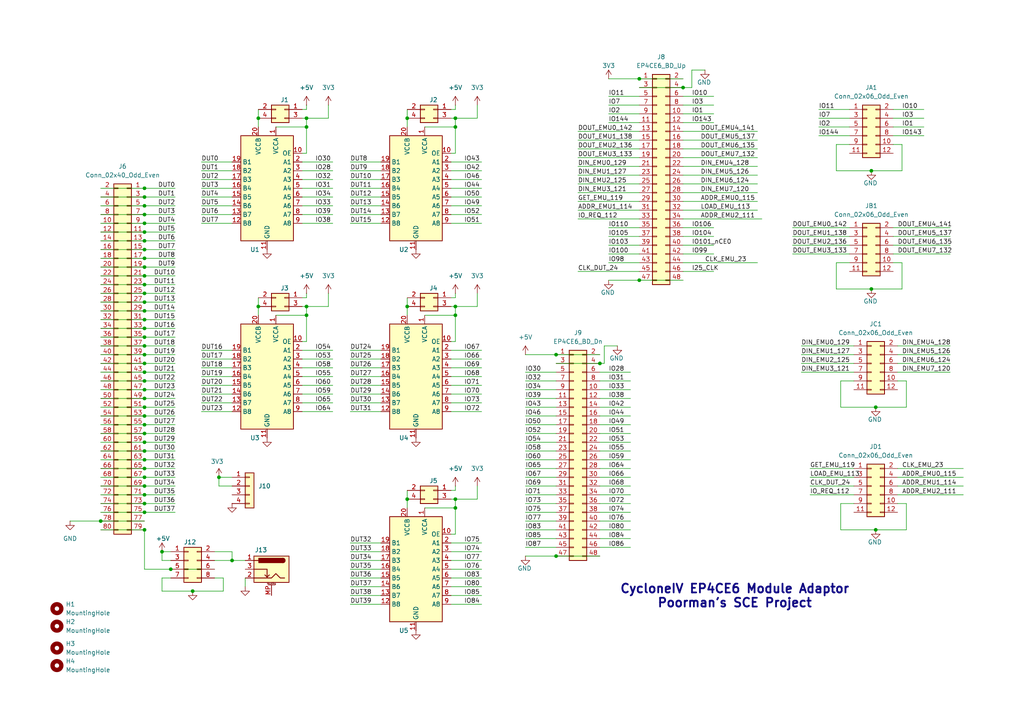
<source format=kicad_sch>
(kicad_sch (version 20250114) (generator "eeschema") (generator_version "9.0")
  (paper "A4")
  (text "CycloneIV EP4CE6 Module Adaptor\nPoorman's SCE Project" (at 213.106 172.974 0) (effects (font (size 2.54 2.54) (thickness 0.508) (bold yes))))
  (junction (at 41.91 82.55))
  (junction (at 41.91 90.17))
  (junction (at 41.91 67.31))
  (junction (at 41.91 110.49))
  (junction (at 41.91 72.39))
  (junction (at 132.08 88.9))
  (junction (at 41.91 130.81))
  (junction (at 41.91 80.01))
  (junction (at 41.91 97.79))
  (junction (at 41.91 85.09))
  (junction (at 118.11 88.9))
  (junction (at 41.91 113.03))
  (junction (at 132.08 34.29))
  (junction (at 252.73 83.82))
  (junction (at 41.91 54.61))
  (junction (at 118.11 34.29))
  (junction (at 41.91 92.71))
  (junction (at 41.91 64.77))
  (junction (at 185.42 81.28))
  (junction (at 41.91 95.25))
  (junction (at 132.08 91.44))
  (junction (at 41.91 143.51))
  (junction (at 88.9 36.83))
  (junction (at 132.08 144.78))
  (junction (at 41.91 148.59))
  (junction (at 41.91 100.33))
  (junction (at 41.91 138.43))
  (junction (at 41.91 123.19))
  (junction (at 41.91 128.27))
  (junction (at 29.21 151.13))
  (junction (at 41.91 133.35))
  (junction (at 41.91 118.11))
  (junction (at 88.9 88.9))
  (junction (at 41.91 120.65))
  (junction (at 49.53 165.1))
  (junction (at 41.91 115.57))
  (junction (at 161.29 161.29))
  (junction (at 41.91 105.41))
  (junction (at 41.91 153.67))
  (junction (at 41.91 57.15))
  (junction (at 198.12 25.4))
  (junction (at 46.99 160.02))
  (junction (at 41.91 125.73))
  (junction (at 41.91 107.95))
  (junction (at 67.31 162.56))
  (junction (at 254 153.67))
  (junction (at 161.29 102.87))
  (junction (at 41.91 77.47))
  (junction (at 41.91 87.63))
  (junction (at 41.91 135.89))
  (junction (at 118.11 144.78))
  (junction (at 55.88 171.45))
  (junction (at 74.93 88.9))
  (junction (at 41.91 102.87))
  (junction (at 41.91 74.93))
  (junction (at 173.99 105.41))
  (junction (at 132.08 147.32))
  (junction (at 252.73 49.53))
  (junction (at 41.91 59.69))
  (junction (at 41.91 62.23))
  (junction (at 88.9 91.44))
  (junction (at 132.08 36.83))
  (junction (at 41.91 69.85))
  (junction (at 41.91 140.97))
  (junction (at 63.5 138.43))
  (junction (at 254 118.11))
  (junction (at 74.93 34.29))
  (junction (at 88.9 34.29))
  (junction (at 185.42 22.86))
  (junction (at 41.91 146.05))
  (wire (pts (xy 63.5 138.43) (xy 63.5 140.97)))
  (wire (pts (xy 87.63 62.23) (xy 96.52 62.23)))
  (wire (pts (xy 152.4 148.59) (xy 161.29 148.59)))
  (wire (pts (xy 29.21 153.67) (xy 41.91 153.67)))
  (wire (pts (xy 41.91 165.1) (xy 41.91 153.67)))
  (wire (pts (xy 232.41 107.95) (xy 247.65 107.95)))
  (wire (pts (xy 58.42 101.6) (xy 67.31 101.6)))
  (wire (pts (xy 29.21 151.13) (xy 41.91 151.13)))
  (wire (pts (xy 130.81 57.15) (xy 139.7 57.15)))
  (wire (pts (xy 132.08 86.36) (xy 132.08 85.09)))
  (wire (pts (xy 167.64 78.74) (xy 185.42 78.74)))
  (wire (pts (xy 198.12 63.5) (xy 220.98 63.5)))
  (wire (pts (xy 130.81 99.06) (xy 132.08 99.06)))
  (wire (pts (xy 167.64 40.64) (xy 185.42 40.64)))
  (wire (pts (xy 130.81 64.77) (xy 139.7 64.77)))
  (wire (pts (xy 247.65 146.05) (xy 243.84 146.05)))
  (wire (pts (xy 49.53 165.1) (xy 62.23 165.1)))
  (wire (pts (xy 237.49 36.83) (xy 246.38 36.83)))
  (wire (pts (xy 130.81 162.56) (xy 139.7 162.56)))
  (wire (pts (xy 50.8 72.39) (xy 41.91 72.39)))
  (wire (pts (xy 198.12 27.94) (xy 207.01 27.94)))
  (wire (pts (xy 262.89 110.49) (xy 260.35 110.49)))
  (wire (pts (xy 63.5 138.43) (xy 67.31 138.43)))
  (wire (pts (xy 29.21 95.25) (xy 41.91 95.25)))
  (wire (pts (xy 130.81 104.14) (xy 139.7 104.14)))
  (wire (pts (xy 259.08 73.66) (xy 275.59 73.66)))
  (wire (pts (xy 87.63 114.3) (xy 96.52 114.3)))
  (wire (pts (xy 87.63 116.84) (xy 96.52 116.84)))
  (wire (pts (xy 161.29 161.29) (xy 173.99 161.29)))
  (wire (pts (xy 260.35 140.97) (xy 279.4 140.97)))
  (wire (pts (xy 167.64 55.88) (xy 185.42 55.88)))
  (wire (pts (xy 152.4 133.35) (xy 161.29 133.35)))
  (wire (pts (xy 198.12 71.12) (xy 207.01 71.12)))
  (wire (pts (xy 176.53 76.2) (xy 185.42 76.2)))
  (wire (pts (xy 173.99 148.59) (xy 182.88 148.59)))
  (wire (pts (xy 58.42 46.99) (xy 67.31 46.99)))
  (wire (pts (xy 50.8 143.51) (xy 41.91 143.51)))
  (wire (pts (xy 130.81 119.38) (xy 139.7 119.38)))
  (wire (pts (xy 29.21 57.15) (xy 41.91 57.15)))
  (wire (pts (xy 87.63 64.77) (xy 96.52 64.77)))
  (wire (pts (xy 152.4 143.51) (xy 161.29 143.51)))
  (wire (pts (xy 50.8 110.49) (xy 41.91 110.49)))
  (wire (pts (xy 50.8 125.73) (xy 41.91 125.73)))
  (wire (pts (xy 130.81 54.61) (xy 139.7 54.61)))
  (wire (pts (xy 87.63 101.6) (xy 96.52 101.6)))
  (wire (pts (xy 29.21 128.27) (xy 41.91 128.27)))
  (wire (pts (xy 50.8 59.69) (xy 41.91 59.69)))
  (wire (pts (xy 123.19 91.44) (xy 132.08 91.44)))
  (wire (pts (xy 262.89 153.67) (xy 262.89 146.05)))
  (wire (pts (xy 176.53 81.28) (xy 185.42 81.28)))
  (wire (pts (xy 87.63 86.36) (xy 88.9 86.36)))
  (wire (pts (xy 260.35 100.33) (xy 275.59 100.33)))
  (wire (pts (xy 152.4 120.65) (xy 161.29 120.65)))
  (wire (pts (xy 67.31 162.56) (xy 71.12 162.56)))
  (wire (pts (xy 118.11 86.36) (xy 118.11 88.9)))
  (wire (pts (xy 229.87 71.12) (xy 246.38 71.12)))
  (wire (pts (xy 229.87 68.58) (xy 246.38 68.58)))
  (wire (pts (xy 130.81 116.84) (xy 139.7 116.84)))
  (wire (pts (xy 29.21 143.51) (xy 41.91 143.51)))
  (wire (pts (xy 101.6 62.23) (xy 110.49 62.23)))
  (wire (pts (xy 198.12 45.72) (xy 219.71 45.72)))
  (wire (pts (xy 152.4 102.87) (xy 161.29 102.87)))
  (wire (pts (xy 123.19 147.32) (xy 132.08 147.32)))
  (wire (pts (xy 29.21 80.01) (xy 41.91 80.01)))
  (wire (pts (xy 260.35 107.95) (xy 275.59 107.95)))
  (wire (pts (xy 173.99 153.67) (xy 182.88 153.67)))
  (wire (pts (xy 101.6 101.6) (xy 110.49 101.6)))
  (wire (pts (xy 132.08 34.29) (xy 138.43 34.29)))
  (wire (pts (xy 58.42 114.3) (xy 67.31 114.3)))
  (wire (pts (xy 46.99 167.64) (xy 46.99 171.45)))
  (wire (pts (xy 80.01 36.83) (xy 88.9 36.83)))
  (wire (pts (xy 101.6 170.18) (xy 110.49 170.18)))
  (wire (pts (xy 262.89 146.05) (xy 260.35 146.05)))
  (wire (pts (xy 152.4 156.21) (xy 161.29 156.21)))
  (wire (pts (xy 247.65 110.49) (xy 243.84 110.49)))
  (wire (pts (xy 62.23 160.02) (xy 67.31 160.02)))
  (wire (pts (xy 87.63 46.99) (xy 96.52 46.99)))
  (wire (pts (xy 152.4 135.89) (xy 161.29 135.89)))
  (wire (pts (xy 29.21 62.23) (xy 41.91 62.23)))
  (wire (pts (xy 152.4 130.81) (xy 161.29 130.81)))
  (wire (pts (xy 259.08 66.04) (xy 275.59 66.04)))
  (wire (pts (xy 232.41 102.87) (xy 247.65 102.87)))
  (wire (pts (xy 200.66 20.32) (xy 200.66 25.4)))
  (wire (pts (xy 173.99 125.73) (xy 182.88 125.73)))
  (wire (pts (xy 58.42 104.14) (xy 67.31 104.14)))
  (wire (pts (xy 167.64 60.96) (xy 185.42 60.96)))
  (wire (pts (xy 118.11 91.44) (xy 118.11 88.9)))
  (wire (pts (xy 87.63 57.15) (xy 96.52 57.15)))
  (wire (pts (xy 50.8 140.97) (xy 41.91 140.97)))
  (wire (pts (xy 29.21 82.55) (xy 41.91 82.55)))
  (wire (pts (xy 132.08 36.83) (xy 132.08 34.29)))
  (wire (pts (xy 130.81 144.78) (xy 132.08 144.78)))
  (wire (pts (xy 29.21 107.95) (xy 41.91 107.95)))
  (wire (pts (xy 29.21 140.97) (xy 41.91 140.97)))
  (wire (pts (xy 29.21 59.69) (xy 41.91 59.69)))
  (wire (pts (xy 130.81 175.26) (xy 139.7 175.26)))
  (wire (pts (xy 198.12 58.42) (xy 219.71 58.42)))
  (wire (pts (xy 176.53 33.02) (xy 185.42 33.02)))
  (wire (pts (xy 29.21 110.49) (xy 41.91 110.49)))
  (wire (pts (xy 234.95 143.51) (xy 247.65 143.51)))
  (wire (pts (xy 29.21 74.93) (xy 41.91 74.93)))
  (wire (pts (xy 101.6 172.72) (xy 110.49 172.72)))
  (wire (pts (xy 167.64 58.42) (xy 185.42 58.42)))
  (wire (pts (xy 101.6 59.69) (xy 110.49 59.69)))
  (wire (pts (xy 152.4 161.29) (xy 161.29 161.29)))
  (wire (pts (xy 198.12 43.18) (xy 219.71 43.18)))
  (wire (pts (xy 130.81 59.69) (xy 139.7 59.69)))
  (wire (pts (xy 29.21 85.09) (xy 41.91 85.09)))
  (wire (pts (xy 50.8 130.81) (xy 41.91 130.81)))
  (wire (pts (xy 46.99 171.45) (xy 55.88 171.45)))
  (wire (pts (xy 29.21 77.47) (xy 41.91 77.47)))
  (wire (pts (xy 173.99 105.41) (xy 175.26 105.41)))
  (wire (pts (xy 118.11 31.75) (xy 118.11 34.29)))
  (wire (pts (xy 132.08 31.75) (xy 132.08 30.48)))
  (wire (pts (xy 260.35 138.43) (xy 279.4 138.43)))
  (wire (pts (xy 118.11 147.32) (xy 118.11 144.78)))
  (wire (pts (xy 95.25 30.48) (xy 95.25 34.29)))
  (wire (pts (xy 130.81 172.72) (xy 139.7 172.72)))
  (wire (pts (xy 185.42 22.86) (xy 198.12 22.86)))
  (wire (pts (xy 173.99 128.27) (xy 182.88 128.27)))
  (wire (pts (xy 130.81 46.99) (xy 139.7 46.99)))
  (wire (pts (xy 29.21 113.03) (xy 41.91 113.03)))
  (wire (pts (xy 130.81 160.02) (xy 139.7 160.02)))
  (wire (pts (xy 152.4 158.75) (xy 161.29 158.75)))
  (wire (pts (xy 259.08 39.37) (xy 267.97 39.37)))
  (wire (pts (xy 229.87 73.66) (xy 246.38 73.66)))
  (wire (pts (xy 130.81 101.6) (xy 139.7 101.6)))
  (wire (pts (xy 88.9 91.44) (xy 88.9 88.9)))
  (wire (pts (xy 130.81 34.29) (xy 132.08 34.29)))
  (wire (pts (xy 152.4 128.27) (xy 161.29 128.27)))
  (wire (pts (xy 152.4 146.05) (xy 161.29 146.05)))
  (wire (pts (xy 176.53 73.66) (xy 185.42 73.66)))
  (wire (pts (xy 87.63 111.76) (xy 96.52 111.76)))
  (wire (pts (xy 138.43 140.97) (xy 138.43 144.78)))
  (wire (pts (xy 29.21 87.63) (xy 41.91 87.63)))
  (wire (pts (xy 138.43 85.09) (xy 138.43 88.9)))
  (wire (pts (xy 204.47 20.32) (xy 200.66 20.32)))
  (wire (pts (xy 101.6 106.68) (xy 110.49 106.68)))
  (wire (pts (xy 50.8 80.01) (xy 41.91 80.01)))
  (wire (pts (xy 29.21 148.59) (xy 41.91 148.59)))
  (wire (pts (xy 167.64 48.26) (xy 185.42 48.26)))
  (wire (pts (xy 132.08 91.44) (xy 132.08 88.9)))
  (wire (pts (xy 260.35 135.89) (xy 279.4 135.89)))
  (wire (pts (xy 101.6 165.1) (xy 110.49 165.1)))
  (wire (pts (xy 29.21 102.87) (xy 41.91 102.87)))
  (wire (pts (xy 176.53 30.48) (xy 185.42 30.48)))
  (wire (pts (xy 173.99 138.43) (xy 182.88 138.43)))
  (wire (pts (xy 29.21 120.65) (xy 41.91 120.65)))
  (wire (pts (xy 261.62 83.82) (xy 261.62 76.2)))
  (wire (pts (xy 50.8 77.47) (xy 41.91 77.47)))
  (wire (pts (xy 88.9 31.75) (xy 88.9 30.48)))
  (wire (pts (xy 50.8 97.79) (xy 41.91 97.79)))
  (wire (pts (xy 167.64 53.34) (xy 185.42 53.34)))
  (wire (pts (xy 29.21 100.33) (xy 41.91 100.33)))
  (wire (pts (xy 50.8 62.23) (xy 41.91 62.23)))
  (wire (pts (xy 88.9 34.29) (xy 95.25 34.29)))
  (wire (pts (xy 152.4 113.03) (xy 161.29 113.03)))
  (wire (pts (xy 50.8 118.11) (xy 41.91 118.11)))
  (wire (pts (xy 41.91 85.09) (xy 50.8 85.09)))
  (wire (pts (xy 50.8 115.57) (xy 41.91 115.57)))
  (wire (pts (xy 58.42 57.15) (xy 67.31 57.15)))
  (wire (pts (xy 74.93 36.83) (xy 74.93 34.29)))
  (wire (pts (xy 29.21 105.41) (xy 41.91 105.41)))
  (wire (pts (xy 101.6 119.38) (xy 110.49 119.38)))
  (wire (pts (xy 29.21 54.61) (xy 41.91 54.61)))
  (wire (pts (xy 118.11 36.83) (xy 118.11 34.29)))
  (wire (pts (xy 50.8 54.61) (xy 41.91 54.61)))
  (wire (pts (xy 130.81 49.53) (xy 139.7 49.53)))
  (wire (pts (xy 152.4 123.19) (xy 161.29 123.19)))
  (wire (pts (xy 152.4 153.67) (xy 161.29 153.67)))
  (wire (pts (xy 132.08 142.24) (xy 132.08 140.97)))
  (wire (pts (xy 130.81 88.9) (xy 132.08 88.9)))
  (wire (pts (xy 260.35 143.51) (xy 279.4 143.51)))
  (wire (pts (xy 232.41 105.41) (xy 247.65 105.41)))
  (wire (pts (xy 50.8 67.31) (xy 41.91 67.31)))
  (wire (pts (xy 29.21 130.81) (xy 41.91 130.81)))
  (wire (pts (xy 95.25 85.09) (xy 95.25 88.9)))
  (wire (pts (xy 58.42 62.23) (xy 67.31 62.23)))
  (wire (pts (xy 87.63 54.61) (xy 96.52 54.61)))
  (wire (pts (xy 173.99 158.75) (xy 182.88 158.75)))
  (wire (pts (xy 88.9 91.44) (xy 88.9 99.06)))
  (wire (pts (xy 101.6 175.26) (xy 110.49 175.26)))
  (wire (pts (xy 87.63 52.07) (xy 96.52 52.07)))
  (wire (pts (xy 74.93 86.36) (xy 74.93 88.9)))
  (wire (pts (xy 161.29 105.41) (xy 173.99 105.41)))
  (wire (pts (xy 243.84 118.11) (xy 254 118.11)))
  (wire (pts (xy 50.8 148.59) (xy 41.91 148.59)))
  (wire (pts (xy 50.8 64.77) (xy 41.91 64.77)))
  (wire (pts (xy 87.63 31.75) (xy 88.9 31.75)))
  (wire (pts (xy 49.53 165.1) (xy 41.91 165.1)))
  (wire (pts (xy 152.4 125.73) (xy 161.29 125.73)))
  (wire (pts (xy 259.08 31.75) (xy 267.97 31.75)))
  (wire (pts (xy 101.6 109.22) (xy 110.49 109.22)))
  (wire (pts (xy 55.88 171.45) (xy 64.77 171.45)))
  (wire (pts (xy 132.08 144.78) (xy 138.43 144.78)))
  (wire (pts (xy 175.26 100.33) (xy 175.26 105.41)))
  (wire (pts (xy 173.99 123.19) (xy 182.88 123.19)))
  (wire (pts (xy 229.87 66.04) (xy 246.38 66.04)))
  (wire (pts (xy 130.81 52.07) (xy 139.7 52.07)))
  (wire (pts (xy 50.8 95.25) (xy 41.91 95.25)))
  (wire (pts (xy 173.99 151.13) (xy 182.88 151.13)))
  (wire (pts (xy 58.42 116.84) (xy 67.31 116.84)))
  (wire (pts (xy 259.08 71.12) (xy 275.59 71.12)))
  (wire (pts (xy 101.6 111.76) (xy 110.49 111.76)))
  (wire (pts (xy 198.12 78.74) (xy 207.01 78.74)))
  (wire (pts (xy 234.95 140.97) (xy 247.65 140.97)))
  (wire (pts (xy 167.64 38.1) (xy 185.42 38.1)))
  (wire (pts (xy 237.49 39.37) (xy 246.38 39.37)))
  (wire (pts (xy 179.07 100.33) (xy 175.26 100.33)))
  (wire (pts (xy 132.08 36.83) (xy 132.08 44.45)))
  (wire (pts (xy 234.95 138.43) (xy 247.65 138.43)))
  (wire (pts (xy 130.81 111.76) (xy 139.7 111.76)))
  (wire (pts (xy 173.99 115.57) (xy 182.88 115.57)))
  (wire (pts (xy 29.21 146.05) (xy 41.91 146.05)))
  (wire (pts (xy 132.08 147.32) (xy 132.08 154.94)))
  (wire (pts (xy 152.4 115.57) (xy 161.29 115.57)))
  (wire (pts (xy 20.32 151.13) (xy 29.21 151.13)))
  (wire (pts (xy 198.12 50.8) (xy 219.71 50.8)))
  (wire (pts (xy 232.41 100.33) (xy 247.65 100.33)))
  (wire (pts (xy 46.99 162.56) (xy 46.99 160.02)))
  (wire (pts (xy 50.8 120.65) (xy 41.91 120.65)))
  (wire (pts (xy 29.21 133.35) (xy 41.91 133.35)))
  (wire (pts (xy 87.63 44.45) (xy 88.9 44.45)))
  (wire (pts (xy 88.9 36.83) (xy 88.9 44.45)))
  (wire (pts (xy 50.8 74.93) (xy 41.91 74.93)))
  (wire (pts (xy 198.12 73.66) (xy 207.01 73.66)))
  (wire (pts (xy 242.57 41.91) (xy 242.57 49.53)))
  (wire (pts (xy 130.81 62.23) (xy 139.7 62.23)))
  (wire (pts (xy 58.42 111.76) (xy 67.31 111.76)))
  (wire (pts (xy 87.63 109.22) (xy 96.52 109.22)))
  (wire (pts (xy 101.6 54.61) (xy 110.49 54.61)))
  (wire (pts (xy 58.42 54.61) (xy 67.31 54.61)))
  (wire (pts (xy 130.81 109.22) (xy 139.7 109.22)))
  (wire (pts (xy 167.64 45.72) (xy 185.42 45.72)))
  (wire (pts (xy 29.21 67.31) (xy 41.91 67.31)))
  (wire (pts (xy 87.63 59.69) (xy 96.52 59.69)))
  (wire (pts (xy 58.42 109.22) (xy 67.31 109.22)))
  (wire (pts (xy 198.12 53.34) (xy 219.71 53.34)))
  (wire (pts (xy 88.9 86.36) (xy 88.9 85.09)))
  (wire (pts (xy 176.53 35.56) (xy 185.42 35.56)))
  (wire (pts (xy 80.01 91.44) (xy 88.9 91.44)))
  (wire (pts (xy 50.8 107.95) (xy 41.91 107.95)))
  (wire (pts (xy 50.8 102.87) (xy 41.91 102.87)))
  (wire (pts (xy 87.63 34.29) (xy 88.9 34.29)))
  (wire (pts (xy 176.53 66.04) (xy 185.42 66.04)))
  (wire (pts (xy 152.4 140.97) (xy 161.29 140.97)))
  (wire (pts (xy 198.12 66.04) (xy 207.01 66.04)))
  (wire (pts (xy 130.81 167.64) (xy 139.7 167.64)))
  (wire (pts (xy 261.62 76.2) (xy 259.08 76.2)))
  (wire (pts (xy 176.53 27.94) (xy 185.42 27.94)))
  (wire (pts (xy 87.63 104.14) (xy 96.52 104.14)))
  (wire (pts (xy 246.38 41.91) (xy 242.57 41.91)))
  (wire (pts (xy 87.63 106.68) (xy 96.52 106.68)))
  (wire (pts (xy 29.21 118.11) (xy 41.91 118.11)))
  (wire (pts (xy 261.62 41.91) (xy 259.08 41.91)))
  (wire (pts (xy 101.6 104.14) (xy 110.49 104.14)))
  (wire (pts (xy 101.6 57.15) (xy 110.49 57.15)))
  (wire (pts (xy 198.12 60.96) (xy 219.71 60.96)))
  (wire (pts (xy 198.12 40.64) (xy 219.71 40.64)))
  (wire (pts (xy 29.21 123.19) (xy 41.91 123.19)))
  (wire (pts (xy 50.8 146.05) (xy 41.91 146.05)))
  (wire (pts (xy 167.64 63.5) (xy 185.42 63.5)))
  (wire (pts (xy 173.99 130.81) (xy 182.88 130.81)))
  (wire (pts (xy 58.42 59.69) (xy 67.31 59.69)))
  (wire (pts (xy 242.57 76.2) (xy 242.57 83.82)))
  (wire (pts (xy 87.63 99.06) (xy 88.9 99.06)))
  (wire (pts (xy 130.81 114.3) (xy 139.7 114.3)))
  (wire (pts (xy 50.8 113.03) (xy 41.91 113.03)))
  (wire (pts (xy 243.84 153.67) (xy 254 153.67)))
  (wire (pts (xy 58.42 119.38) (xy 67.31 119.38)))
  (wire (pts (xy 198.12 68.58) (xy 207.01 68.58)))
  (wire (pts (xy 132.08 147.32) (xy 132.08 144.78)))
  (wire (pts (xy 88.9 88.9) (xy 95.25 88.9)))
  (wire (pts (xy 242.57 83.82) (xy 252.73 83.82)))
  (wire (pts (xy 101.6 49.53) (xy 110.49 49.53)))
  (wire (pts (xy 198.12 48.26) (xy 219.71 48.26)))
  (wire (pts (xy 101.6 64.77) (xy 110.49 64.77)))
  (wire (pts (xy 173.99 110.49) (xy 182.88 110.49)))
  (wire (pts (xy 123.19 36.83) (xy 132.08 36.83)))
  (wire (pts (xy 101.6 167.64) (xy 110.49 167.64)))
  (wire (pts (xy 152.4 107.95) (xy 161.29 107.95)))
  (wire (pts (xy 246.38 76.2) (xy 242.57 76.2)))
  (wire (pts (xy 254 153.67) (xy 262.89 153.67)))
  (wire (pts (xy 29.21 125.73) (xy 41.91 125.73)))
  (wire (pts (xy 167.64 50.8) (xy 185.42 50.8)))
  (wire (pts (xy 50.8 69.85) (xy 41.91 69.85)))
  (wire (pts (xy 88.9 36.83) (xy 88.9 34.29)))
  (wire (pts (xy 101.6 160.02) (xy 110.49 160.02)))
  (wire (pts (xy 130.81 142.24) (xy 132.08 142.24)))
  (wire (pts (xy 29.21 138.43) (xy 41.91 138.43)))
  (wire (pts (xy 50.8 128.27) (xy 41.91 128.27)))
  (wire (pts (xy 259.08 34.29) (xy 267.97 34.29)))
  (wire (pts (xy 132.08 88.9) (xy 138.43 88.9)))
  (wire (pts (xy 29.21 69.85) (xy 41.91 69.85)))
  (wire (pts (xy 262.89 118.11) (xy 262.89 110.49)))
  (wire (pts (xy 64.77 171.45) (xy 64.77 167.64)))
  (wire (pts (xy 185.42 81.28) (xy 198.12 81.28)))
  (wire (pts (xy 260.35 105.41) (xy 275.59 105.41)))
  (wire (pts (xy 152.4 110.49) (xy 161.29 110.49)))
  (wire (pts (xy 50.8 82.55) (xy 41.91 82.55)))
  (wire (pts (xy 50.8 90.17) (xy 41.91 90.17)))
  (wire (pts (xy 62.23 162.56) (xy 67.31 162.56)))
  (wire (pts (xy 50.8 87.63) (xy 41.91 87.63)))
  (wire (pts (xy 198.12 76.2) (xy 219.71 76.2)))
  (wire (pts (xy 50.8 105.41) (xy 41.91 105.41)))
  (wire (pts (xy 118.11 142.24) (xy 118.11 144.78)))
  (wire (pts (xy 259.08 68.58) (xy 275.59 68.58)))
  (wire (pts (xy 152.4 118.11) (xy 161.29 118.11)))
  (wire (pts (xy 58.42 49.53) (xy 67.31 49.53)))
  (wire (pts (xy 198.12 38.1) (xy 219.71 38.1)))
  (wire (pts (xy 243.84 110.49) (xy 243.84 118.11)))
  (wire (pts (xy 173.99 135.89) (xy 182.88 135.89)))
  (wire (pts (xy 130.81 157.48) (xy 139.7 157.48)))
  (wire (pts (xy 152.4 138.43) (xy 161.29 138.43)))
  (wire (pts (xy 185.42 25.4) (xy 198.12 25.4)))
  (wire (pts (xy 74.93 31.75) (xy 74.93 34.29)))
  (wire (pts (xy 101.6 114.3) (xy 110.49 114.3)))
  (wire (pts (xy 254 118.11) (xy 262.89 118.11)))
  (wire (pts (xy 58.42 64.77) (xy 67.31 64.77)))
  (wire (pts (xy 198.12 35.56) (xy 207.01 35.56)))
  (wire (pts (xy 130.81 154.94) (xy 132.08 154.94)))
  (wire (pts (xy 237.49 34.29) (xy 246.38 34.29)))
  (wire (pts (xy 29.21 135.89) (xy 41.91 135.89)))
  (wire (pts (xy 63.5 140.97) (xy 67.31 140.97)))
  (wire (pts (xy 58.42 52.07) (xy 67.31 52.07)))
  (wire (pts (xy 259.08 36.83) (xy 267.97 36.83)))
  (wire (pts (xy 138.43 30.48) (xy 138.43 34.29)))
  (wire (pts (xy 74.93 91.44) (xy 74.93 88.9)))
  (wire (pts (xy 173.99 120.65) (xy 182.88 120.65)))
  (wire (pts (xy 234.95 135.89) (xy 247.65 135.89)))
  (wire (pts (xy 130.81 106.68) (xy 139.7 106.68)))
  (wire (pts (xy 87.63 49.53) (xy 96.52 49.53)))
  (wire (pts (xy 243.84 146.05) (xy 243.84 153.67)))
  (wire (pts (xy 50.8 135.89) (xy 41.91 135.89)))
  (wire (pts (xy 252.73 83.82) (xy 261.62 83.82)))
  (wire (pts (xy 50.8 57.15) (xy 41.91 57.15)))
  (wire (pts (xy 62.23 167.64) (xy 64.77 167.64)))
  (wire (pts (xy 87.63 119.38) (xy 96.52 119.38)))
  (wire (pts (xy 50.8 123.19) (xy 41.91 123.19)))
  (wire (pts (xy 198.12 25.4) (xy 200.66 25.4)))
  (wire (pts (xy 46.99 160.02) (xy 49.53 160.02)))
  (wire (pts (xy 101.6 162.56) (xy 110.49 162.56)))
  (wire (pts (xy 101.6 157.48) (xy 110.49 157.48)))
  (wire (pts (xy 67.31 160.02) (xy 67.31 162.56)))
  (wire (pts (xy 87.63 88.9) (xy 88.9 88.9)))
  (wire (pts (xy 173.99 118.11) (xy 182.88 118.11)))
  (wire (pts (xy 29.21 115.57) (xy 41.91 115.57)))
  (wire (pts (xy 173.99 133.35) (xy 182.88 133.35)))
  (wire (pts (xy 101.6 52.07) (xy 110.49 52.07)))
  (wire (pts (xy 49.53 167.64) (xy 46.99 167.64)))
  (wire (pts (xy 173.99 113.03) (xy 182.88 113.03)))
  (wire (pts (xy 173.99 156.21) (xy 182.88 156.21)))
  (wire (pts (xy 50.8 133.35) (xy 41.91 133.35)))
  (wire (pts (xy 173.99 143.51) (xy 182.88 143.51)))
  (wire (pts (xy 130.81 44.45) (xy 132.08 44.45)))
  (wire (pts (xy 29.21 72.39) (xy 41.91 72.39)))
  (wire (pts (xy 252.73 49.53) (xy 261.62 49.53)))
  (wire (pts (xy 261.62 49.53) (xy 261.62 41.91)))
  (wire (pts (xy 29.21 64.77) (xy 41.91 64.77)))
  (wire (pts (xy 198.12 55.88) (xy 219.71 55.88)))
  (wire (pts (xy 198.12 33.02) (xy 207.01 33.02)))
  (wire (pts (xy 58.42 106.68) (xy 67.31 106.68)))
  (wire (pts (xy 176.53 71.12) (xy 185.42 71.12)))
  (wire (pts (xy 71.12 167.64) (xy 71.12 170.18)))
  (wire (pts (xy 173.99 146.05) (xy 182.88 146.05)))
  (wire (pts (xy 260.35 102.87) (xy 275.59 102.87)))
  (wire (pts (xy 50.8 100.33) (xy 41.91 100.33)))
  (wire (pts (xy 152.4 151.13) (xy 161.29 151.13)))
  (wire (pts (xy 130.81 31.75) (xy 132.08 31.75)))
  (wire (pts (xy 50.8 92.71) (xy 41.91 92.71)))
  (wire (pts (xy 237.49 31.75) (xy 246.38 31.75)))
  (wire (pts (xy 242.57 49.53) (xy 252.73 49.53)))
  (wire (pts (xy 161.29 102.87) (xy 173.99 102.87)))
  (wire (pts (xy 50.8 138.43) (xy 41.91 138.43)))
  (wire (pts (xy 176.53 22.86) (xy 185.42 22.86)))
  (wire (pts (xy 198.12 30.48) (xy 207.01 30.48)))
  (wire (pts (xy 29.21 92.71) (xy 41.91 92.71)))
  (wire (pts (xy 173.99 107.95) (xy 182.88 107.95)))
  (wire (pts (xy 132.08 91.44) (xy 132.08 99.06)))
  (wire (pts (xy 101.6 46.99) (xy 110.49 46.99)))
  (wire (pts (xy 29.21 97.79) (xy 41.91 97.79)))
  (wire (pts (xy 130.81 165.1) (xy 139.7 165.1)))
  (wire (pts (xy 176.53 68.58) (xy 185.42 68.58)))
  (wire (pts (xy 167.64 43.18) (xy 185.42 43.18)))
  (wire (pts (xy 29.21 90.17) (xy 41.91 90.17)))
  (wire (pts (xy 130.81 170.18) (xy 139.7 170.18)))
  (wire (pts (xy 101.6 116.84) (xy 110.49 116.84)))
  (wire (pts (xy 173.99 140.97) (xy 182.88 140.97)))
  (wire (pts (xy 49.53 162.56) (xy 46.99 162.56)))
  (wire (pts (xy 130.81 86.36) (xy 132.08 86.36)))
  (label "DUT36" (at 50.8 146.05 180))
  (label "DUT17" (at 58.42 104.14 0))
  (label "IO73" (at 152.4 146.05 0))
  (label "DOUT_EMU4_141" (at 203.2 38.1 0))
  (label "DUT20" (at 50.8 105.41 180))
  (label "DUT39" (at 101.6 175.26 0))
  (label "IO84" (at 134.62 175.26 0))
  (label "DUT6" (at 58.42 62.23 0))
  (label "DIN_EMU0_129" (at 167.64 48.26 0))
  (label "IO86" (at 176.53 158.75 0))
  (label "DUT22" (at 50.8 110.49 180))
  (label "IO33" (at 176.53 113.03 0))
  (label "IO11" (at 176.53 27.94 0))
  (label "DOUT_EMU7_132" (at 260.35 73.66 0))
  (label "DUT30" (at 50.8 130.81 180))
  (label "IO3" (at 261.62 34.29 0))
  (label "DUT17" (at 50.8 97.79 180))
  (label "DUT19" (at 58.42 109.22 0))
  (label "IO1" (at 261.62 36.83 0))
  (label "DIN_EMU4_128" (at 203.2 48.26 0))
  (label "ADDR_EMU1_114" (at 261.62 140.97 0))
  (label "DIN_EMU1_127" (at 232.41 102.87 0))
  (label "IO87" (at 152.4 158.75 0))
  (label "IO71" (at 152.4 143.51 0))
  (label "IO51" (at 176.53 125.73 0))
  (label "IO31" (at 91.44 54.61 0))
  (label "IO7" (at 176.53 30.48 0))
  (label "IO34" (at 91.44 57.15 0))
  (label "DUT30" (at 101.6 116.84 0))
  (label "DUT25" (at 50.8 118.11 180))
  (label "DUT28" (at 101.6 111.76 0))
  (label "IO101_nCE0" (at 200.66 71.12 0))
  (label "DUT24" (at 50.8 115.57 180))
  (label "CLK_DUT_24" (at 234.95 140.97 0))
  (label "DUT21" (at 58.42 114.3 0))
  (label "IO53" (at 91.44 104.14 0))
  (label "IO67" (at 134.62 101.6 0))
  (label "DUT23" (at 58.42 119.38 0))
  (label "DIN_EMU5_126" (at 261.62 102.87 0))
  (label "IO64" (at 91.44 119.38 0))
  (label "DOUT_EMU3_133" (at 167.64 45.72 0))
  (label "IO100" (at 176.53 73.66 0))
  (label "IO42" (at 134.62 49.53 0))
  (label "DUT5" (at 50.8 67.31 180))
  (label "IO38" (at 176.53 115.57 0))
  (label "IO67" (at 152.4 138.43 0))
  (label "IO1" (at 200.66 33.02 0))
  (label "DUT27" (at 101.6 109.22 0))
  (label "DUT35" (at 50.8 143.51 180))
  (label "IO104" (at 200.66 68.58 0))
  (label "IO42" (at 176.53 118.11 0))
  (label "IO74" (at 176.53 148.59 0))
  (label "DUT32" (at 50.8 135.89 180))
  (label "IO11" (at 237.49 31.75 0))
  (label "IO28" (at 176.53 107.95 0))
  (label "DIN_EMU6_124" (at 261.62 105.41 0))
  (label "DIN_EMU6_124" (at 203.2 53.34 0))
  (label "DOUT_EMU2_136" (at 229.87 71.12 0))
  (label "DUT25" (at 101.6 104.14 0))
  (label "IO66" (at 134.62 104.14 0))
  (label "DUT33" (at 101.6 160.02 0))
  (label "IO60" (at 91.44 111.76 0))
  (label "DUT28" (at 50.8 125.73 180))
  (label "IO44" (at 176.53 120.65 0))
  (label "IO50" (at 152.4 123.19 0))
  (label "IO55" (at 176.53 130.81 0))
  (label "DIN_EMU1_127" (at 167.64 50.8 0))
  (label "DUT29" (at 101.6 114.3 0))
  (label "IO38" (at 91.44 64.77 0))
  (label "DUT38" (at 101.6 172.72 0))
  (label "DUT24" (at 101.6 101.6 0))
  (label "DOUT_EMU4_141" (at 260.35 66.04 0))
  (label "IO103" (at 176.53 71.12 0))
  (label "DUT10" (at 101.6 52.07 0))
  (label "DUT21" (at 50.8 107.95 180))
  (label "DOUT_EMU2_136" (at 167.64 43.18 0))
  (label "DUT12" (at 50.8 85.09 180))
  (label "IO_REQ_112" (at 167.64 63.5 0))
  (label "DUT32" (at 101.6 157.48 0))
  (label "IO49" (at 134.62 59.69 0))
  (label "IO143" (at 261.62 39.37 0))
  (label "IO32" (at 91.44 52.07 0))
  (label "IO30" (at 91.44 46.99 0))
  (label "ADDR_EMU0_115" (at 203.2 58.42 0))
  (label "DUT34" (at 101.6 162.56 0))
  (label "DOUT_EMU1_138" (at 229.87 68.58 0))
  (label "DUT8" (at 101.6 46.99 0))
  (label "DUT29" (at 50.8 128.27 180))
  (label "DOUT_EMU0_142" (at 167.64 38.1 0))
  (label "DUT19" (at 50.8 102.87 180))
  (label "IO98" (at 176.53 76.2 0))
  (label "IO75" (at 152.4 148.59 0))
  (label "IO76" (at 134.62 165.1 0))
  (label "DUT0" (at 50.8 54.61 180))
  (label "IO84" (at 176.53 156.21 0))
  (label "DIN_EMU5_126" (at 203.2 50.8 0))
  (label "DUT11" (at 101.6 54.61 0))
  (label "DUT3" (at 50.8 62.23 180))
  (label "IO85" (at 134.62 172.72 0))
  (label "DUT13" (at 101.6 59.69 0))
  (label "IO66" (at 176.53 138.43 0))
  (label "LOAD_EMU_113" (at 203.2 60.96 0))
  (label "IO31" (at 176.53 110.49 0))
  (label "DUT2" (at 50.8 59.69 180))
  (label "IO80" (at 176.53 153.67 0))
  (label "IO30" (at 152.4 107.95 0))
  (label "IO10" (at 200.66 27.94 0))
  (label "DIN_EMU0_129" (at 232.41 100.33 0))
  (label "IO55" (at 91.44 109.22 0))
  (label "DOUT_EMU5_137" (at 260.35 68.58 0))
  (label "DUT31" (at 50.8 133.35 180))
  (label "IO64" (at 176.53 135.89 0))
  (label "IO46" (at 152.4 120.65 0))
  (label "IO144" (at 176.53 35.56 0))
  (label "DUT18" (at 58.42 106.68 0))
  (label "DUT12" (at 101.6 57.15 0))
  (label "IO59" (at 176.53 133.35 0))
  (label "DIN_EMU2_125" (at 232.41 105.41 0))
  (label "ADDR_EMU0_115" (at 261.62 138.43 0))
  (label "IO70" (at 176.53 143.51 0))
  (label "DUT8" (at 50.8 74.93 180))
  (label "DIN_EMU2_125" (at 167.64 53.34 0))
  (label "IO99" (at 200.66 73.66 0))
  (label "DUT1" (at 50.8 57.15 180))
  (label "IO58" (at 152.4 130.81 0))
  (label "IO44" (at 134.62 54.61 0))
  (label "DUT16" (at 50.8 95.25 180))
  (label "DUT1" (at 58.42 49.53 0))
  (label "IO3" (at 200.66 30.48 0))
  (label "DOUT_EMU5_137" (at 203.2 40.64 0))
  (label "CLK_EMU_23" (at 261.62 135.89 0))
  (label "DIN_EMU3_121" (at 167.64 55.88 0))
  (label "DUT14" (at 50.8 90.17 180))
  (label "IO77" (at 134.62 162.56 0))
  (label "DUT14" (at 101.6 62.23 0))
  (label "IO74" (at 134.62 160.02 0))
  (label "DUT35" (at 101.6 165.1 0))
  (label "IO7" (at 237.49 34.29 0))
  (label "IO43" (at 134.62 46.99 0))
  (label "ADDR_EMU1_114" (at 167.64 60.96 0))
  (label "IO73" (at 134.62 116.84 0))
  (label "IO28" (at 91.44 49.53 0))
  (label "DUT13" (at 50.8 87.63 180))
  (label "DUT33" (at 50.8 138.43 180))
  (label "IO54" (at 152.4 128.27 0))
  (label "DOUT_EMU3_133" (at 229.87 73.66 0))
  (label "DUT4" (at 50.8 64.77 180))
  (label "IO106" (at 200.66 66.04 0))
  (label "DUT15" (at 101.6 64.77 0))
  (label "DUT7" (at 50.8 72.39 180))
  (label "IO83" (at 134.62 167.64 0))
  (label "ADDR_EMU2_111" (at 261.62 143.51 0))
  (label "DIN_EMU4_128" (at 261.62 100.33 0))
  (label "IO65" (at 152.4 135.89 0))
  (label "IO69" (at 152.4 140.97 0))
  (label "IO80" (at 134.62 170.18 0))
  (label "DUT23" (at 50.8 113.03 180))
  (label "IO53" (at 176.53 128.27 0))
  (label "IO49" (at 176.53 123.19 0))
  (label "DIN_EMU7_120" (at 203.2 55.88 0))
  (label "DUT4" (at 58.42 57.15 0))
  (label "DUT31" (at 101.6 119.38 0))
  (label "DOUT_EMU6_135" (at 203.2 43.18 0))
  (label "CLK_DUT_24" (at 167.64 78.74 0))
  (label "IO58" (at 91.44 106.68 0))
  (label "IO143" (at 200.66 35.56 0))
  (label "IO69" (at 134.62 106.68 0))
  (label "DUT0" (at 58.42 46.99 0))
  (label "IO_REQ_112" (at 234.95 143.51 0))
  (label "GET_EMU_119" (at 234.95 135.89 0))
  (label "DUT37" (at 101.6 170.18 0))
  (label "IO50" (at 134.62 57.15 0))
  (label "DUT36" (at 101.6 167.64 0))
  (label "IO60" (at 152.4 133.35 0))
  (label "IO72" (at 134.62 119.38 0))
  (label "IO71" (at 134.62 111.76 0))
  (label "DUT20" (at 58.42 111.76 0))
  (label "IO68" (at 176.53 140.97 0))
  (label "DIN_EMU7_120" (at 261.62 107.95 0))
  (label "DIN_EMU3_121" (at 232.41 107.95 0))
  (label "IO105" (at 176.53 68.58 0))
  (label "IO51" (at 134.62 64.77 0))
  (label "IO10" (at 261.62 31.75 0))
  (label "DUT9" (at 101.6 49.53 0))
  (label "IO70" (at 134.62 114.3 0))
  (label "DUT10" (at 50.8 80.01 180))
  (label "IO77" (at 152.4 151.13 0))
  (label "DUT2" (at 58.42 52.07 0))
  (label "DOUT_EMU6_135" (at 260.35 71.12 0))
  (label "DUT26" (at 101.6 106.68 0))
  (label "IO34" (at 152.4 113.03 0))
  (label "DOUT_EMU1_138" (at 167.64 40.64 0))
  (label "DUT26" (at 50.8 120.65 180))
  (label "IO39" (at 91.44 62.23 0))
  (label "DUT11" (at 50.8 82.55 180))
  (label "IO54" (at 91.44 101.6 0))
  (label "IO2" (at 176.53 33.02 0))
  (label "DUT6" (at 50.8 69.85 180))
  (label "IO52" (at 152.4 125.73 0))
  (label "DUT34" (at 50.8 140.97 180))
  (label "IO72" (at 176.53 146.05 0))
  (label "CLK_EMU_23" (at 204.47 76.2 0))
  (label "DUT22" (at 58.42 116.84 0))
  (label "LOAD_EMU_113" (at 234.95 138.43 0))
  (label "DUT37" (at 50.8 148.59 180))
  (label "IO46" (at 134.62 52.07 0))
  (label "I25_CLK" (at 200.66 78.74 0))
  (label "IO33" (at 91.44 59.69 0))
  (label "IO110" (at 176.53 66.04 0))
  (label "IO52" (at 134.62 62.23 0))
  (label "DUT5" (at 58.42 59.69 0))
  (label "DUT7" (at 58.42 64.77 0))
  (label "DUT18" (at 50.8 100.33 180))
  (label "DUT15" (at 50.8 92.71 180))
  (label "IO85" (at 152.4 156.21 0))
  (label "DOUT_EMU0_142" (at 229.87 66.04 0))
  (label "IO68" (at 134.62 109.22 0))
  (label "DUT27" (at 50.8 123.19 180))
  (label "IO43" (at 152.4 118.11 0))
  (label "DOUT_EMU7_132" (at 203.2 45.72 0))
  (label "IO2" (at 237.49 36.83 0))
  (label "IO32" (at 152.4 110.49 0))
  (label "IO144" (at 237.49 39.37 0))
  (label "GET_EMU_119" (at 167.64 58.42 0))
  (label "IO65" (at 91.44 116.84 0))
  (label "IO39" (at 152.4 115.57 0))
  (label "IO83" (at 152.4 153.67 0))
  (label "IO76" (at 176.53 151.13 0))
  (label "DUT9" (at 50.8 77.47 180))
  (label "IO75" (at 134.62 157.48 0))
  (label "ADDR_EMU2_111" (at 203.2 63.5 0))
  (label "DUT16" (at 58.42 101.6 0))
  (label "IO59" (at 91.44 114.3 0))
  (label "DUT3" (at 58.42 54.61 0))
  (symbol (lib_id "power:GND") (at 179.07 100.33 0) (mirror y) (unit 1)
    (property "Reference" "#PWR027" (effects (hide yes)))
    (property "Value" "GND" (at 178.816 103.886 0))
    (property "Description" "Power symbol creates a global label with name \"GND\" , ground" (effects (hide yes)))
  )
  (symbol (lib_id "power:GND") (at 120.65 182.88 0) (mirror y) (unit 1)
    (property "Reference" "#PWR015" (effects (hide yes)))
    (property "Value" "GND" (effects (hide yes)))
    (property "Description" "Power symbol creates a global label with name \"GND\" , ground" (effects (hide yes)))
  )
  (symbol (lib_id "power:GND") (at 204.47 20.32 0) (mirror y) (unit 1)
    (property "Reference" "#PWR014" (effects (hide yes)))
    (property "Value" "GND" (at 204.216 23.876 0))
    (property "Description" "Power symbol creates a global label with name \"GND\" , ground" (effects (hide yes)))
  )
  (symbol (lib_id "Library:Level_Shifter_Module_HW-221") (at 77.47 109.22 0) (mirror y) (unit 1)
    (property "Reference" "U3" (at 75.3267 127 0) (effects (justify left)))
    (property "Value" "Level_Shifter_Module_HW-221" (effects (hide yes)))
    (property "Footprint" "Library:Level_Shifter_Module_HW-221" (effects (hide yes)))
    (property "Datasheet" "www.ti.com/lit/ds/symlink/txs0108e.pdf" (effects (hide yes)))
    (property "Description" "Bidirectional  level-shifting voltage translator, TSSOP-20" (effects (hide yes)))
  )
  (symbol (lib_id "Connector_Generic:Conn_02x06_Odd_Even") (at 252.73 140.97 0) (unit 1)
    (property "Reference" "JD1" (at 254 129.54 0))
    (property "Value" "Conn_02x06_Odd_Even" (at 254 132.08 0))
    (property "Footprint" "Connector_PinHeader_2.54mm:PinHeader_2x06_P2.54mm_Vertical" (effects (hide yes)))
    (property "Description" "Generic connector, double row, 02x06, odd/even pin numbering scheme (row 1 odd numbers, row 2 even numbers), script generated (kicad-library-utils/schlib/autogen/connector/)" (effects (hide yes)))
  )
  (symbol (lib_id "Mechanical:MountingHole") (at 16.51 176.53 0) (unit 1) (exclude_from_sim yes) (in_bom no)
    (property "Reference" "H1" (at 19.05 175.2599 0) (effects (justify left)))
    (property "Value" "MountingHole" (at 19.05 177.7999 0) (effects (justify left)))
    (property "Footprint" "MountingHole:MountingHole_3.5mm" (effects (hide yes)))
    (property "Description" "Mounting Hole without connection" (effects (hide yes)))
  )
  (symbol (lib_id "power:GND") (at 71.12 170.18 0) (mirror y) (unit 1)
    (property "Reference" "#PWR023" (effects (hide yes)))
    (property "Value" "GND" (effects (hide yes)))
    (property "Description" "Power symbol creates a global label with name \"GND\" , ground" (effects (hide yes)))
  )
  (symbol (lib_id "power:VCC") (at 138.43 140.97 0) (unit 1)
    (property "Reference" "#PWR019" (effects (hide yes)))
    (property "Value" "3V3" (at 138.43 135.89 0))
    (property "Description" "Power symbol creates a global label with name \"VCC\"" (effects (hide yes)))
  )
  (symbol (lib_id "power:VCC") (at 132.08 85.09 0) (unit 1)
    (property "Reference" "#PWR011" (effects (hide yes)))
    (property "Value" "+5V" (at 132.08 80.01 0))
    (property "Description" "Power symbol creates a global label with name \"VCC\"" (effects (hide yes)))
  )
  (symbol (lib_id "power:VCC") (at 132.08 140.97 0) (unit 1)
    (property "Reference" "#PWR018" (effects (hide yes)))
    (property "Value" "+5V" (at 132.08 135.89 0))
    (property "Description" "Power symbol creates a global label with name \"VCC\"" (effects (hide yes)))
  )
  (symbol (lib_id "power:VCC") (at 132.08 30.48 0) (unit 1)
    (property "Reference" "#PWR05" (effects (hide yes)))
    (property "Value" "+5V" (at 132.08 25.4 0))
    (property "Description" "Power symbol creates a global label with name \"VCC\"" (effects (hide yes)))
  )
  (symbol (lib_id "power:GND") (at 67.31 146.05 0) (mirror y) (unit 1)
    (property "Reference" "#PWR022" (effects (hide yes)))
    (property "Value" "GND" (effects (hide yes)))
    (property "Description" "Power symbol creates a global label with name \"GND\" , ground" (effects (hide yes)))
  )
  (symbol (lib_id "Library:Level_Shifter_Module_HW-221") (at 120.65 165.1 0) (mirror y) (unit 1)
    (property "Reference" "U5" (at 118.5067 182.88 0) (effects (justify left)))
    (property "Value" "Level_Shifter_Module_HW-221" (effects (hide yes)))
    (property "Footprint" "Library:Level_Shifter_Module_HW-221" (effects (hide yes)))
    (property "Datasheet" "www.ti.com/lit/ds/symlink/txs0108e.pdf" (effects (hide yes)))
    (property "Description" "Bidirectional  level-shifting voltage translator, TSSOP-20" (effects (hide yes)))
  )
  (symbol (lib_id "Connector_Generic:Conn_02x04_Odd_Even") (at 54.61 162.56 0) (unit 1)
    (property "Reference" "J12" (at 55.118 157.226 0))
    (property "Value" "Conn_02x04_Odd_Even" (effects (hide yes)))
    (property "Footprint" "Connector_PinHeader_2.54mm:PinHeader_2x04_P2.54mm_Vertical" (effects (hide yes)))
    (property "Description" "Generic connector, double row, 02x04, odd/even pin numbering scheme (row 1 odd numbers, row 2 even numbers), script generated (kicad-library-utils/schlib/autogen/connector/)" (effects (hide yes)))
  )
  (symbol (lib_id "Connector_Generic:Conn_02x06_Odd_Even") (at 251.46 71.12 0) (unit 1)
    (property "Reference" "JB1" (at 252.73 59.69 0))
    (property "Value" "Conn_02x06_Odd_Even" (at 252.73 62.23 0))
    (property "Footprint" "Connector_PinHeader_2.54mm:PinHeader_2x06_P2.54mm_Vertical" (effects (hide yes)))
    (property "Description" "Generic connector, double row, 02x06, odd/even pin numbering scheme (row 1 odd numbers, row 2 even numbers), script generated (kicad-library-utils/schlib/autogen/connector/)" (effects (hide yes)))
  )
  (symbol (lib_id "power:VCC") (at 46.99 160.02 0) (unit 1)
    (property "Reference" "#PWR020" (effects (hide yes)))
    (property "Value" "+5V" (at 47.244 156.21 0))
    (property "Description" "Power symbol creates a global label with name \"VCC\"" (effects (hide yes)))
  )
  (symbol (lib_id "power:GND") (at 77.47 72.39 0) (mirror y) (unit 1)
    (property "Reference" "#PWR01" (effects (hide yes)))
    (property "Value" "GND" (effects (hide yes)))
    (property "Description" "Power symbol creates a global label with name \"GND\" , ground" (effects (hide yes)))
  )
  (symbol (lib_id "power:VCC") (at 95.25 30.48 0) (unit 1)
    (property "Reference" "#PWR03" (effects (hide yes)))
    (property "Value" "3V3" (at 95.25 25.4 0))
    (property "Description" "Power symbol creates a global label with name \"VCC\"" (effects (hide yes)))
  )
  (symbol (lib_id "power:VCC") (at 88.9 30.48 0) (unit 1)
    (property "Reference" "#PWR02" (effects (hide yes)))
    (property "Value" "+5V" (at 88.9 25.4 0))
    (property "Description" "Power symbol creates a global label with name \"VCC\"" (effects (hide yes)))
  )
  (symbol (lib_id "Connector_Generic:Conn_02x24_Odd_Even") (at 190.5 50.8 0) (unit 1)
    (property "Reference" "J8" (at 191.77 16.51 0))
    (property "Value" "EP4CE6_BD_Up" (at 191.77 19.05 0))
    (property "Footprint" "Connector_PinHeader_2.54mm:PinHeader_2x24_P2.54mm_Vertical" (effects (hide yes)))
    (property "Description" "Generic connector, double row, 02x24, odd/even pin numbering scheme (row 1 odd numbers, row 2 even numbers), script generated (kicad-library-utils/schlib/autogen/connector/)" (effects (hide yes)))
  )
  (symbol (lib_id "Connector_Generic:Conn_01x04") (at 72.39 140.97 0) (unit 1)
    (property "Reference" "J10" (at 74.93 140.9699 0) (effects (justify left)))
    (property "Value" "Conn_01x04" (effects (hide yes)))
    (property "Footprint" "Connector_PinHeader_2.54mm:PinHeader_1x04_P2.54mm_Vertical" (effects (hide yes)))
    (property "Description" "Generic connector, single row, 01x04, script generated (kicad-library-utils/schlib/autogen/connector/)" (effects (hide yes)))
  )
  (symbol (lib_id "power:GND") (at 120.65 72.39 0) (mirror y) (unit 1)
    (property "Reference" "#PWR04" (effects (hide yes)))
    (property "Value" "GND" (effects (hide yes)))
    (property "Description" "Power symbol creates a global label with name \"GND\" , ground" (effects (hide yes)))
  )
  (symbol (lib_id "Mechanical:MountingHole") (at 16.51 187.96 0) (unit 1) (exclude_from_sim yes) (in_bom no)
    (property "Reference" "H3" (at 19.05 186.6899 0) (effects (justify left)))
    (property "Value" "MountingHole" (at 19.05 189.2299 0) (effects (justify left)))
    (property "Footprint" "MountingHole:MountingHole_3.5mm" (effects (hide yes)))
    (property "Description" "Mounting Hole without connection" (effects (hide yes)))
  )
  (symbol (lib_id "power:GND") (at 55.88 171.45 0) (mirror y) (unit 1)
    (property "Reference" "#PWR021" (effects (hide yes)))
    (property "Value" "GND" (effects (hide yes)))
    (property "Description" "Power symbol creates a global label with name \"GND\" , ground" (effects (hide yes)))
  )
  (symbol (lib_id "power:VCC") (at 138.43 30.48 0) (unit 1)
    (property "Reference" "#PWR06" (effects (hide yes)))
    (property "Value" "3V3" (at 138.43 25.4 0))
    (property "Description" "Power symbol creates a global label with name \"VCC\"" (effects (hide yes)))
  )
  (symbol (lib_id "Connector_Generic:Conn_02x02_Odd_Even") (at 125.73 86.36 0) (mirror y) (unit 1)
    (property "Reference" "J4" (at 125.73 83.566 0))
    (property "Value" "Conn_02x02_Odd_Even" (effects (hide yes)))
    (property "Footprint" "Connector_PinHeader_2.54mm:PinHeader_2x02_P2.54mm_Vertical" (effects (hide yes)))
    (property "Description" "Generic connector, double row, 02x02, odd/even pin numbering scheme (row 1 odd numbers, row 2 even numbers), script generated (kicad-library-utils/schlib/autogen/connector/)" (effects (hide yes)))
  )
  (symbol (lib_id "Library:Level_Shifter_Module_HW-221") (at 120.65 109.22 0) (mirror y) (unit 1)
    (property "Reference" "U4" (at 118.5067 127 0) (effects (justify left)))
    (property "Value" "Level_Shifter_Module_HW-221" (effects (hide yes)))
    (property "Footprint" "Library:Level_Shifter_Module_HW-221" (effects (hide yes)))
    (property "Datasheet" "www.ti.com/lit/ds/symlink/txs0108e.pdf" (effects (hide yes)))
    (property "Description" "Bidirectional  level-shifting voltage translator, TSSOP-20" (effects (hide yes)))
  )
  (symbol (lib_id "Connector_Generic:Conn_02x02_Odd_Even") (at 82.55 31.75 0) (mirror y) (unit 1)
    (property "Reference" "J1" (at 82.55 28.956 0))
    (property "Value" "Conn_02x02_Odd_Even" (effects (hide yes)))
    (property "Footprint" "Connector_PinHeader_2.54mm:PinHeader_2x02_P2.54mm_Vertical" (effects (hide yes)))
    (property "Description" "Generic connector, double row, 02x02, odd/even pin numbering scheme (row 1 odd numbers, row 2 even numbers), script generated (kicad-library-utils/schlib/autogen/connector/)" (effects (hide yes)))
  )
  (symbol (lib_id "Connector_Generic:Conn_02x06_Odd_Even") (at 251.46 36.83 0) (unit 1)
    (property "Reference" "JA1" (at 252.73 25.4 0))
    (property "Value" "Conn_02x06_Odd_Even" (at 252.73 27.94 0))
    (property "Footprint" "Connector_PinHeader_2.54mm:PinHeader_2x06_P2.54mm_Vertical" (effects (hide yes)))
    (property "Description" "Generic connector, double row, 02x06, odd/even pin numbering scheme (row 1 odd numbers, row 2 even numbers), script generated (kicad-library-utils/schlib/autogen/connector/)" (effects (hide yes)))
  )
  (symbol (lib_id "power:VCC") (at 95.25 85.09 0) (unit 1)
    (property "Reference" "#PWR09" (effects (hide yes)))
    (property "Value" "3V3" (at 95.25 80.01 0))
    (property "Description" "Power symbol creates a global label with name \"VCC\"" (effects (hide yes)))
  )
  (symbol (lib_id "power:VCC") (at 88.9 85.09 0) (unit 1)
    (property "Reference" "#PWR08" (effects (hide yes)))
    (property "Value" "+5V" (at 88.9 80.01 0))
    (property "Description" "Power symbol creates a global label with name \"VCC\"" (effects (hide yes)))
  )
  (symbol (lib_id "power:GND") (at 77.47 127 0) (mirror y) (unit 1)
    (property "Reference" "#PWR07" (effects (hide yes)))
    (property "Value" "GND" (effects (hide yes)))
    (property "Description" "Power symbol creates a global label with name \"GND\" , ground" (effects (hide yes)))
  )
  (symbol (lib_id "Mechanical:MountingHole") (at 16.51 181.61 0) (unit 1) (exclude_from_sim yes) (in_bom no)
    (property "Reference" "H2" (at 19.05 180.3399 0) (effects (justify left)))
    (property "Value" "MountingHole" (at 19.05 182.8799 0) (effects (justify left)))
    (property "Footprint" "MountingHole:MountingHole_3.5mm" (effects (hide yes)))
    (property "Description" "Mounting Hole without connection" (effects (hide yes)))
  )
  (symbol (lib_id "power:VCC") (at 152.4 102.87 0) (unit 1)
    (property "Reference" "#PWR026" (effects (hide yes)))
    (property "Value" "+5V" (at 152.4 97.79 0))
    (property "Description" "Power symbol creates a global label with name \"VCC\"" (effects (hide yes)))
  )
  (symbol (lib_id "Connector_Generic:Conn_02x24_Odd_Even") (at 166.37 130.81 0) (unit 1)
    (property "Reference" "J9" (at 167.64 96.52 0))
    (property "Value" "EP4CE6_BD_Dn" (at 167.64 99.06 0))
    (property "Footprint" "Connector_PinHeader_2.54mm:PinHeader_2x24_P2.54mm_Vertical" (effects (hide yes)))
    (property "Description" "Generic connector, double row, 02x24, odd/even pin numbering scheme (row 1 odd numbers, row 2 even numbers), script generated (kicad-library-utils/schlib/autogen/connector/)" (effects (hide yes)))
  )
  (symbol (lib_id "Connector_Generic:Conn_02x40_Odd_Even") (at 36.83 102.87 0) (mirror y) (unit 1)
    (property "Reference" "J6" (at 35.56 48.26 0))
    (property "Value" "Conn_02x40_Odd_Even" (at 35.56 50.8 0))
    (property "Footprint" "Connector_PinHeader_2.54mm:PinHeader_2x40_P2.54mm_Vertical" (effects (hide yes)))
    (property "Description" "Generic connector, double row, 02x40, odd/even pin numbering scheme (row 1 odd numbers, row 2 even numbers), script generated (kicad-library-utils/schlib/autogen/connector/)" (effects (hide yes)))
  )
  (symbol (lib_id "Connector_Generic:Conn_02x02_Odd_Even") (at 82.55 86.36 0) (mirror y) (unit 1)
    (property "Reference" "J3" (at 82.55 83.566 0))
    (property "Value" "Conn_02x02_Odd_Even" (effects (hide yes)))
    (property "Footprint" "Connector_PinHeader_2.54mm:PinHeader_2x02_P2.54mm_Vertical" (effects (hide yes)))
    (property "Description" "Generic connector, double row, 02x02, odd/even pin numbering scheme (row 1 odd numbers, row 2 even numbers), script generated (kicad-library-utils/schlib/autogen/connector/)" (effects (hide yes)))
  )
  (symbol (lib_id "power:VCC") (at 63.5 138.43 0) (unit 1)
    (property "Reference" "#PWR017" (effects (hide yes)))
    (property "Value" "3V3" (at 62.992 133.858 0))
    (property "Description" "Power symbol creates a global label with name \"VCC\"" (effects (hide yes)))
  )
  (symbol (lib_id "Connector_Generic:Conn_02x02_Odd_Even") (at 125.73 31.75 0) (mirror y) (unit 1)
    (property "Reference" "J2" (at 125.73 28.956 0))
    (property "Value" "Conn_02x02_Odd_Even" (effects (hide yes)))
    (property "Footprint" "Connector_PinHeader_2.54mm:PinHeader_2x02_P2.54mm_Vertical" (effects (hide yes)))
    (property "Description" "Generic connector, double row, 02x02, odd/even pin numbering scheme (row 1 odd numbers, row 2 even numbers), script generated (kicad-library-utils/schlib/autogen/connector/)" (effects (hide yes)))
  )
  (symbol (lib_id "Connector:Barrel_Jack_Switch_MountingPin") (at 78.74 165.1 0) (mirror y) (unit 1)
    (property "Reference" "J13" (at 75.692 159.512 0))
    (property "Value" "Barrel_Jack_Switch_MountingPin" (effects (hide yes)))
    (property "Footprint" "Connector_BarrelJack:BarrelJack_Horizontal" (effects (hide yes)))
    (property "Description" "DC Barrel Jack with an internal switch and a mounting pin" (effects (hide yes)))
  )
  (symbol (lib_id "Library:Level_Shifter_Module_HW-221") (at 77.47 54.61 0) (mirror y) (unit 1)
    (property "Reference" "U1" (at 75.3267 72.39 0) (effects (justify left)))
    (property "Value" "Level_Shifter_Module_HW-221" (effects (hide yes)))
    (property "Footprint" "Library:Level_Shifter_Module_HW-221" (effects (hide yes)))
    (property "Datasheet" "www.ti.com/lit/ds/symlink/txs0108e.pdf" (effects (hide yes)))
    (property "Description" "Bidirectional  level-shifting voltage translator, TSSOP-20" (effects (hide yes)))
  )
  (symbol (lib_id "Connector_Generic:Conn_02x02_Odd_Even") (at 125.73 142.24 0) (mirror y) (unit 1)
    (property "Reference" "J5" (at 125.73 139.446 0))
    (property "Value" "Conn_02x02_Odd_Even" (effects (hide yes)))
    (property "Footprint" "Connector_PinHeader_2.54mm:PinHeader_2x02_P2.54mm_Vertical" (effects (hide yes)))
    (property "Description" "Generic connector, double row, 02x02, odd/even pin numbering scheme (row 1 odd numbers, row 2 even numbers), script generated (kicad-library-utils/schlib/autogen/connector/)" (effects (hide yes)))
  )
  (symbol (lib_id "power:VCC") (at 138.43 85.09 0) (unit 1)
    (property "Reference" "#PWR012" (effects (hide yes)))
    (property "Value" "3V3" (at 138.43 80.01 0))
    (property "Description" "Power symbol creates a global label with name \"VCC\"" (effects (hide yes)))
  )
  (symbol (lib_id "power:GND") (at 20.32 151.13 0) (unit 1)
    (property "Reference" "#PWR016" (effects (hide yes)))
    (property "Value" "GND" (at 20.32 156.21 0))
    (property "Description" "Power symbol creates a global label with name \"GND\" , ground" (effects (hide yes)))
  )
  (symbol (lib_id "power:GND") (at 252.73 49.53 0) (mirror y) (unit 1)
    (property "Reference" "#PWR029" (effects (hide yes)))
    (property "Value" "GND" (at 252.476 53.086 0))
    (property "Description" "Power symbol creates a global label with name \"GND\" , ground" (effects (hide yes)))
  )
  (symbol (lib_id "power:VCC") (at 176.53 22.86 0) (unit 1)
    (property "Reference" "#PWR013" (effects (hide yes)))
    (property "Value" "3V3" (at 176.53 19.05 0))
    (property "Description" "Power symbol creates a global label with name \"VCC\"" (effects (hide yes)))
  )
  (symbol (lib_id "Library:Level_Shifter_Module_HW-221") (at 120.65 54.61 0) (mirror y) (unit 1)
    (property "Reference" "U2" (at 118.5067 72.39 0) (effects (justify left)))
    (property "Value" "Level_Shifter_Module_HW-221" (effects (hide yes)))
    (property "Footprint" "Library:Level_Shifter_Module_HW-221" (effects (hide yes)))
    (property "Datasheet" "www.ti.com/lit/ds/symlink/txs0108e.pdf" (effects (hide yes)))
    (property "Description" "Bidirectional  level-shifting voltage translator, TSSOP-20" (effects (hide yes)))
  )
  (symbol (lib_id "power:GND") (at 254 118.11 0) (mirror y) (unit 1)
    (property "Reference" "#PWR031" (effects (hide yes)))
    (property "Value" "GND" (at 253.746 121.666 0))
    (property "Description" "Power symbol creates a global label with name \"GND\" , ground" (effects (hide yes)))
  )
  (symbol (lib_id "power:GND") (at 252.73 83.82 0) (mirror y) (unit 1)
    (property "Reference" "#PWR030" (effects (hide yes)))
    (property "Value" "GND" (at 252.476 87.376 0))
    (property "Description" "Power symbol creates a global label with name \"GND\" , ground" (effects (hide yes)))
  )
  (symbol (lib_id "power:GND") (at 120.65 127 0) (mirror y) (unit 1)
    (property "Reference" "#PWR010" (effects (hide yes)))
    (property "Value" "GND" (effects (hide yes)))
    (property "Description" "Power symbol creates a global label with name \"GND\" , ground" (effects (hide yes)))
  )
  (symbol (lib_id "Mechanical:MountingHole") (at 16.51 193.04 0) (unit 1) (exclude_from_sim yes) (in_bom no)
    (property "Reference" "H4" (at 19.05 191.7699 0) (effects (justify left)))
    (property "Value" "MountingHole" (at 19.05 194.3099 0) (effects (justify left)))
    (property "Footprint" "MountingHole:MountingHole_3.5mm" (effects (hide yes)))
    (property "Description" "Mounting Hole without connection" (effects (hide yes)))
  )
  (symbol (lib_id "power:GND") (at 176.53 81.28 0) (mirror y) (unit 1)
    (property "Reference" "#PWR025" (effects (hide yes)))
    (property "Value" "GND" (at 176.276 84.836 0))
    (property "Description" "Power symbol creates a global label with name \"GND\" , ground" (effects (hide yes)))
  )
  (symbol (lib_id "Connector_Generic:Conn_02x06_Odd_Even") (at 252.73 105.41 0) (unit 1)
    (property "Reference" "JC1" (at 254 93.98 0))
    (property "Value" "Conn_02x06_Odd_Even" (at 254 96.52 0))
    (property "Footprint" "Connector_PinHeader_2.54mm:PinHeader_2x06_P2.54mm_Vertical" (effects (hide yes)))
    (property "Description" "Generic connector, double row, 02x06, odd/even pin numbering scheme (row 1 odd numbers, row 2 even numbers), script generated (kicad-library-utils/schlib/autogen/connector/)" (effects (hide yes)))
  )
  (symbol (lib_id "power:GND") (at 254 153.67 0) (mirror y) (unit 1)
    (property "Reference" "#PWR032" (effects (hide yes)))
    (property "Value" "GND" (at 253.746 157.226 0))
    (property "Description" "Power symbol creates a global label with name \"GND\" , ground" (effects (hide yes)))
  )
  (symbol (lib_id "power:GND") (at 152.4 161.29 0) (mirror y) (unit 1)
    (property "Reference" "#PWR028" (effects (hide yes)))
    (property "Value" "GND" (at 152.146 164.846 0))
    (property "Description" "Power symbol creates a global label with name \"GND\" , ground" (effects (hide yes)))
  )
)
</source>
